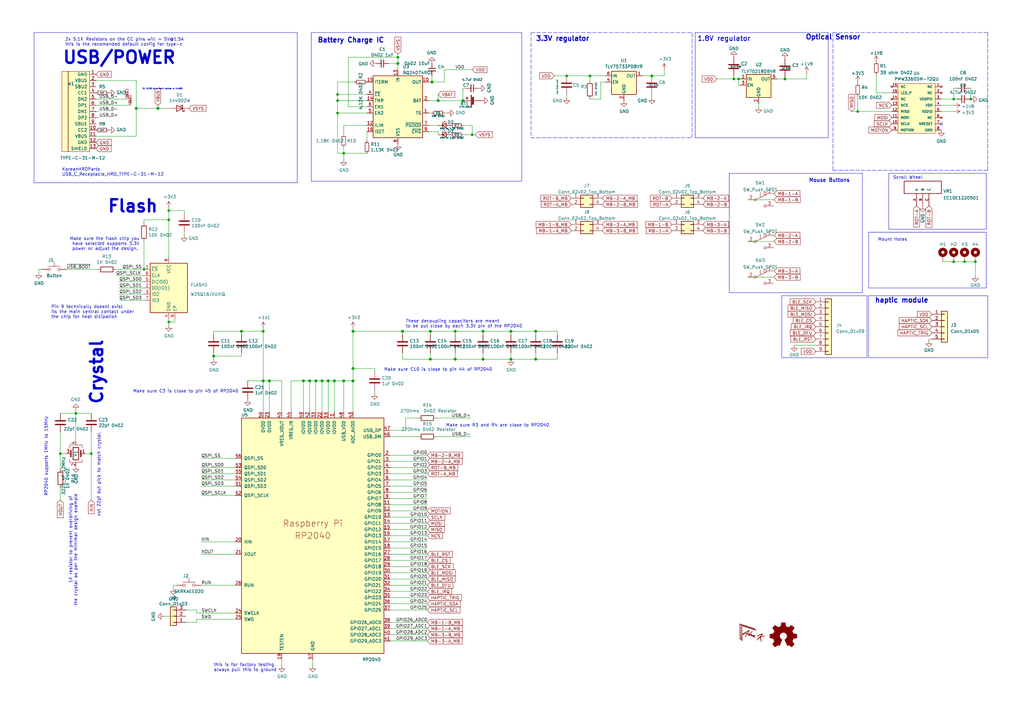
<source format=kicad_sch>
(kicad_sch (version 20230121) (generator eeschema)
  (paper "A3")
  (title_block (date "2021-10-30"))
  (junction (at 176.53 147.32) (diameter 1.016))
  (junction (at 179.705 41.275) (diameter 1.016))
  (junction (at 69.215 86.36))
  (junction (at 132.08 156.21) (diameter 1.016))
  (junction (at 137.16 156.21) (diameter 1.016))
  (junction (at 189.865 41.275) (diameter 1.016))
  (junction (at 144.78 135.89) (diameter 1.016))
  (junction (at 144.78 156.21) (diameter 1.016))
  (junction (at 124.46 156.21) (diameter 1.016))
  (junction (at 138.43 41.275))
  (junction (at 209.55 147.32) (diameter 1.016))
  (junction (at 69.215 90.17))
  (junction (at 193.675 55.245))
  (junction (at 351.79 45.72))
  (junction (at 241.935 31.115))
  (junction (at 64.77 44.45) (diameter 1.016))
  (junction (at 163.195 26.035) (diameter 1.016))
  (junction (at 87.63 146.05) (diameter 1.016))
  (junction (at 398.145 40.64))
  (junction (at 140.97 156.21) (diameter 1.016))
  (junction (at 69.215 132.08))
  (junction (at 163.195 23.495))
  (junction (at 300.99 32.385))
  (junction (at 198.12 135.89) (diameter 1.016))
  (junction (at 37.465 186.055))
  (junction (at 138.43 46.355))
  (junction (at 107.95 156.21) (diameter 1.016))
  (junction (at 99.06 135.89) (diameter 1.016))
  (junction (at 134.62 156.21) (diameter 1.016))
  (junction (at 107.95 135.89) (diameter 1.016))
  (junction (at 24.765 186.055))
  (junction (at 140.97 62.865))
  (junction (at 267.335 31.115) (diameter 1.016))
  (junction (at 198.12 147.32) (diameter 1.016))
  (junction (at 176.53 135.89) (diameter 1.016))
  (junction (at 165.1 135.89) (diameter 1.016))
  (junction (at 219.71 135.89) (diameter 1.016))
  (junction (at 144.78 151.13) (diameter 1.016))
  (junction (at 55.88 44.45) (diameter 1.016))
  (junction (at 127 156.21) (diameter 1.016))
  (junction (at 110.49 156.21) (diameter 1.016))
  (junction (at 219.71 147.32) (diameter 1.016))
  (junction (at 138.43 38.735))
  (junction (at 177.165 33.655) (diameter 1.016))
  (junction (at 302.895 32.385))
  (junction (at 391.16 40.64))
  (junction (at 400.05 107.315))
  (junction (at 59.055 110.49))
  (junction (at 129.54 156.21) (diameter 1.016))
  (junction (at 209.55 135.89) (diameter 1.016))
  (junction (at 186.69 147.32) (diameter 1.016))
  (junction (at 321.945 32.385))
  (junction (at 395.605 107.315))
  (junction (at 186.69 135.89) (diameter 1.016))
  (junction (at 391.16 107.315))
  (junction (at 232.41 31.115))
  (junction (at 31.115 169.545))
  (no_connect (at 386.08 50.8))
  (wire (pts (xy 59.055 123.19) (xy 48.895 123.19)))
  (wire (pts (xy 160.02 229.87) (xy 175.26 229.87)))
  (wire (pts (xy 386.08 43.18) (xy 391.16 43.18)))
  (wire (pts (xy 241.935 31.115) (xy 248.285 31.115)))
  (wire (pts (xy 99.06 135.89) (xy 107.95 135.89)))
  (polyline (pts (xy 356.235 95.25) (xy 356.235 118.11)))
  (polyline (pts (xy 356.235 95.25) (xy 404.495 95.25)))
  (polyline (pts (xy 404.495 95.25) (xy 404.495 118.11)))
  (polyline (pts (xy 404.495 118.11) (xy 356.235 118.11)))
  (wire (pts (xy 115.57 168.91) (xy 115.57 156.21)))
  (wire (pts (xy 386.08 40.64) (xy 391.16 40.64)))
  (wire (pts (xy 39.37 48.26) (xy 40.64 48.26)))
  (wire (pts (xy 39.37 33.02) (xy 55.88 33.02)))
  (wire (pts (xy 160.02 201.93) (xy 175.26 201.93)))
  (wire (pts (xy 316.865 84.455) (xy 317.5 84.455)))
  (wire (pts (xy 87.63 135.89) (xy 99.06 135.89)))
  (wire (pts (xy 219.71 144.78) (xy 219.71 147.32)))
  (wire (pts (xy 198.12 135.89) (xy 209.55 135.89)))
  (wire (pts (xy 186.69 144.78) (xy 186.69 147.32)))
  (wire (pts (xy 31.115 169.545) (xy 31.115 168.275)))
  (wire (pts (xy 179.705 41.275) (xy 175.895 41.275)))
  (wire (pts (xy 189.865 41.275) (xy 179.705 41.275)))
  (wire (pts (xy 160.02 240.03) (xy 175.26 240.03)))
  (wire (pts (xy 39.37 45.72) (xy 40.64 45.72)))
  (wire (pts (xy 59.055 115.57) (xy 48.895 115.57)))
  (wire (pts (xy 59.055 120.65) (xy 48.895 120.65)))
  (wire (pts (xy 246.38 33.655) (xy 246.38 40.64)))
  (polyline (pts (xy 299.085 71.12) (xy 299.085 120.015)))
  (polyline (pts (xy 299.085 71.12) (xy 353.695 71.12)))
  (polyline (pts (xy 353.695 71.12) (xy 353.695 120.015)))
  (polyline (pts (xy 353.695 120.015) (xy 299.085 120.015)))
  (wire (pts (xy 69.215 132.08) (xy 69.215 133.35)))
  (wire (pts (xy 134.62 168.91) (xy 134.62 156.21)))
  (wire (pts (xy 325.755 141.605) (xy 334.645 141.605)))
  (wire (pts (xy 107.95 135.89) (xy 107.95 156.21)))
  (wire (pts (xy 160.02 186.69) (xy 175.26 186.69)))
  (wire (pts (xy 359.41 30.48) (xy 359.41 38.1)))
  (wire (pts (xy 359.41 38.1) (xy 365.76 38.1)))
  (wire (pts (xy 59.055 91.44) (xy 59.055 90.17)))
  (wire (pts (xy 391.16 40.64) (xy 392.43 40.64)))
  (wire (pts (xy 186.69 135.89) (xy 198.12 135.89)))
  (wire (pts (xy 119.38 168.91) (xy 119.38 156.21)))
  (wire (pts (xy 142.875 23.495) (xy 163.195 23.495)))
  (wire (pts (xy 228.6 144.78) (xy 228.6 147.32)))
  (wire (pts (xy 144.78 151.13) (xy 144.78 156.21)))
  (wire (pts (xy 159.385 26.035) (xy 163.195 26.035)))
  (wire (pts (xy 227.33 31.115) (xy 232.41 31.115)))
  (wire (pts (xy 316.865 111.125) (xy 317.5 111.125)))
  (wire (pts (xy 165.1 137.16) (xy 165.1 135.89)))
  (wire (pts (xy 302.895 32.385) (xy 302.895 34.925)))
  (wire (pts (xy 302.895 34.925) (xy 303.53 34.925)))
  (wire (pts (xy 153.67 160.02) (xy 153.67 161.29)))
  (wire (pts (xy 189.865 36.195) (xy 189.865 41.275)))
  (wire (pts (xy 191.135 36.195) (xy 189.865 36.195)))
  (wire (pts (xy 17.145 110.49) (xy 15.875 110.49)))
  (wire (pts (xy 140.97 55.245) (xy 140.97 51.435)))
  (wire (pts (xy 55.88 55.88) (xy 39.37 55.88)))
  (wire (pts (xy 316.865 101.6) (xy 317.5 101.6)))
  (wire (pts (xy 140.97 62.865) (xy 150.495 62.865)))
  (polyline (pts (xy 364.49 71.12) (xy 364.49 93.98)))
  (polyline (pts (xy 364.49 71.12) (xy 404.495 71.12)))
  (polyline (pts (xy 404.495 71.12) (xy 404.495 93.98)))
  (polyline (pts (xy 404.495 93.98) (xy 364.49 93.98)))
  (wire (pts (xy 193.675 55.245) (xy 189.865 55.245)))
  (wire (pts (xy 15.875 110.49) (xy 15.875 111.76)))
  (wire (pts (xy 186.69 137.16) (xy 186.69 135.89)))
  (wire (pts (xy 160.02 250.19) (xy 175.26 250.19)))
  (wire (pts (xy 176.53 135.89) (xy 186.69 135.89)))
  (wire (pts (xy 163.195 28.575) (xy 163.195 26.035)))
  (wire (pts (xy 398.145 36.195) (xy 397.51 36.195)))
  (wire (pts (xy 166.37 171.45) (xy 166.37 176.53)))
  (wire (pts (xy 165.1 147.32) (xy 176.53 147.32)))
  (wire (pts (xy 165.1 144.78) (xy 165.1 147.32)))
  (wire (pts (xy 24.765 186.055) (xy 24.765 177.165)))
  (wire (pts (xy 80.645 250.19) (xy 76.2 250.19)))
  (wire (pts (xy 48.895 118.11) (xy 59.055 118.11)))
  (wire (pts (xy 99.06 137.16) (xy 99.06 135.89)))
  (wire (pts (xy 87.63 146.05) (xy 99.06 146.05)))
  (wire (pts (xy 177.165 33.655) (xy 175.895 33.655)))
  (wire (pts (xy 321.945 32.385) (xy 330.835 32.385)))
  (wire (pts (xy 153.67 152.4) (xy 153.67 151.13)))
  (wire (pts (xy 160.02 247.65) (xy 175.26 247.65)))
  (wire (pts (xy 80.645 251.46) (xy 80.645 250.19)))
  (wire (pts (xy 228.6 135.89) (xy 228.6 137.16)))
  (wire (pts (xy 69.215 132.08) (xy 71.755 132.08)))
  (wire (pts (xy 160.02 224.79) (xy 175.26 224.79)))
  (wire (pts (xy 386.08 45.72) (xy 391.16 45.72)))
  (wire (pts (xy 194.945 55.245) (xy 193.675 55.245)))
  (wire (pts (xy 318.77 32.385) (xy 321.945 32.385)))
  (wire (pts (xy 321.945 32.385) (xy 321.945 31.75)))
  (wire (pts (xy 80.645 255.27) (xy 80.645 254)))
  (wire (pts (xy 160.02 237.49) (xy 175.26 237.49)))
  (wire (pts (xy 138.43 33.655) (xy 138.43 38.735)))
  (wire (pts (xy 129.54 156.21) (xy 132.08 156.21)))
  (wire (pts (xy 150.495 38.735) (xy 138.43 38.735)))
  (wire (pts (xy 160.02 262.89) (xy 175.26 262.89)))
  (wire (pts (xy 37.465 177.165) (xy 37.465 186.055)))
  (wire (pts (xy 241.935 40.64) (xy 246.38 40.64)))
  (wire (pts (xy 351.79 34.29) (xy 351.79 33.655)))
  (wire (pts (xy 330.835 29.845) (xy 330.835 32.385)))
  (wire (pts (xy 160.02 232.41) (xy 175.26 232.41)))
  (wire (pts (xy 182.245 28.575) (xy 193.675 28.575)))
  (wire (pts (xy 124.46 156.21) (xy 127 156.21)))
  (wire (pts (xy 96.52 203.2) (xy 82.55 203.2)))
  (wire (pts (xy 306.705 99.06) (xy 317.5 99.06)))
  (wire (pts (xy 209.55 144.78) (xy 209.55 147.32)))
  (wire (pts (xy 87.63 137.16) (xy 87.63 135.89)))
  (wire (pts (xy 127 156.21) (xy 129.54 156.21)))
  (wire (pts (xy 82.55 194.31) (xy 96.52 194.31)))
  (wire (pts (xy 160.02 207.01) (xy 175.26 207.01)))
  (wire (pts (xy 349.25 45.72) (xy 351.79 45.72)))
  (wire (pts (xy 160.02 179.07) (xy 171.45 179.07)))
  (wire (pts (xy 82.55 191.77) (xy 96.52 191.77)))
  (wire (pts (xy 96.52 227.33) (xy 82.55 227.33)))
  (wire (pts (xy 47.625 113.03) (xy 59.055 113.03)))
  (wire (pts (xy 145.415 33.655) (xy 138.43 33.655)))
  (wire (pts (xy 179.07 179.07) (xy 193.04 179.07)))
  (wire (pts (xy 138.43 62.865) (xy 140.97 62.865)))
  (wire (pts (xy 150.495 46.355) (xy 138.43 46.355)))
  (wire (pts (xy 138.43 46.355) (xy 138.43 62.865)))
  (wire (pts (xy 179.07 171.45) (xy 193.04 171.45)))
  (wire (pts (xy 160.02 227.33) (xy 175.26 227.33)))
  (wire (pts (xy 150.495 51.435) (xy 140.97 51.435)))
  (wire (pts (xy 165.1 135.89) (xy 176.53 135.89)))
  (wire (pts (xy 31.115 169.545) (xy 37.465 169.545)))
  (wire (pts (xy 140.97 65.405) (xy 140.97 62.865)))
  (wire (pts (xy 351.79 39.37) (xy 351.79 45.72)))
  (wire (pts (xy 351.79 45.72) (xy 365.76 45.72)))
  (wire (pts (xy 160.02 257.81) (xy 175.26 257.81)))
  (wire (pts (xy 72.39 240.03) (xy 71.12 240.03)))
  (wire (pts (xy 55.88 44.45) (xy 64.77 44.45)))
  (wire (pts (xy 82.55 199.39) (xy 96.52 199.39)))
  (wire (pts (xy 110.49 168.91) (xy 110.49 156.21)))
  (wire (pts (xy 294.005 32.385) (xy 300.99 32.385)))
  (wire (pts (xy 300.99 32.385) (xy 302.895 32.385)))
  (wire (pts (xy 302.895 32.385) (xy 303.53 32.385)))
  (wire (pts (xy 144.78 135.89) (xy 144.78 151.13)))
  (wire (pts (xy 69.215 90.17) (xy 69.215 105.41)))
  (wire (pts (xy 198.12 144.78) (xy 198.12 147.32)))
  (wire (pts (xy 160.02 199.39) (xy 175.26 199.39)))
  (wire (pts (xy 272.415 31.115) (xy 267.335 31.115)))
  (wire (pts (xy 115.57 270.51) (xy 115.57 273.05)))
  (wire (pts (xy 179.705 38.735) (xy 179.705 41.275)))
  (wire (pts (xy 241.935 33.02) (xy 241.935 31.115)))
  (wire (pts (xy 267.335 38.735) (xy 267.335 40.005)))
  (wire (pts (xy 182.245 33.655) (xy 177.165 33.655)))
  (wire (pts (xy 306.705 113.665) (xy 317.5 113.665)))
  (wire (pts (xy 69.215 86.36) (xy 69.215 90.17)))
  (wire (pts (xy 160.02 176.53) (xy 166.37 176.53)))
  (wire (pts (xy 160.02 255.27) (xy 175.26 255.27)))
  (wire (pts (xy 209.55 135.89) (xy 219.71 135.89)))
  (wire (pts (xy 142.875 43.815) (xy 142.875 23.495)))
  (wire (pts (xy 71.12 240.03) (xy 71.12 241.3)))
  (wire (pts (xy 160.02 194.31) (xy 175.26 194.31)))
  (wire (pts (xy 59.055 90.17) (xy 69.215 90.17)))
  (wire (pts (xy 160.02 217.17) (xy 175.26 217.17)))
  (wire (pts (xy 219.71 135.89) (xy 219.71 137.16)))
  (wire (pts (xy 107.95 134.62) (xy 107.95 135.89)))
  (wire (pts (xy 241.935 31.115) (xy 232.41 31.115)))
  (polyline (pts (xy 405.13 13.335) (xy 405.13 69.85)) (stroke (width 0) (type dash)))
  (polyline (pts (xy 341.63 13.335) (xy 405.13 13.335)) (stroke (width 0) (type dash)))
  (wire (pts (xy 69.215 85.09) (xy 69.215 86.36)))
  (wire (pts (xy 138.43 38.735) (xy 138.43 41.275)))
  (wire (pts (xy 209.55 147.32) (xy 198.12 147.32)))
  (wire (pts (xy 160.02 212.09) (xy 175.26 212.09)))
  (wire (pts (xy 132.08 168.91) (xy 132.08 156.21)))
  (wire (pts (xy 163.195 26.035) (xy 163.195 23.495)))
  (wire (pts (xy 71.755 132.08) (xy 71.755 130.81)))
  (wire (pts (xy 232.41 38.735) (xy 232.41 40.005)))
  (wire (pts (xy 209.55 137.16) (xy 209.55 135.89)))
  (wire (pts (xy 160.02 214.63) (xy 175.26 214.63)))
  (wire (pts (xy 140.97 168.91) (xy 140.97 156.21)))
  (wire (pts (xy 198.12 137.16) (xy 198.12 135.89)))
  (wire (pts (xy 150.495 57.785) (xy 150.495 53.975)))
  (wire (pts (xy 219.71 147.32) (xy 209.55 147.32)))
  (wire (pts (xy 140.97 156.21) (xy 144.78 156.21)))
  (wire (pts (xy 160.02 245.11) (xy 175.26 245.11)))
  (wire (pts (xy 160.02 222.25) (xy 175.26 222.25)))
  (wire (pts (xy 144.78 151.13) (xy 153.67 151.13)))
  (wire (pts (xy 82.55 196.85) (xy 96.52 196.85)))
  (wire (pts (xy 137.16 156.21) (xy 137.16 168.91)))
  (wire (pts (xy 189.865 51.435) (xy 193.675 51.435)))
  (wire (pts (xy 306.705 81.915) (xy 317.5 81.915)))
  (wire (pts (xy 144.78 135.89) (xy 165.1 135.89)))
  (wire (pts (xy 134.62 156.21) (xy 137.16 156.21)))
  (wire (pts (xy 386.715 107.315) (xy 391.16 107.315)))
  (wire (pts (xy 391.16 107.315) (xy 395.605 107.315)))
  (wire (pts (xy 395.605 107.315) (xy 400.05 107.315)))
  (wire (pts (xy 400.05 107.315) (xy 400.05 113.03)))
  (wire (pts (xy 55.88 44.45) (xy 55.88 55.88)))
  (wire (pts (xy 381 139.7) (xy 381 139.065)))
  (wire (pts (xy 144.78 156.21) (xy 144.78 168.91)))
  (wire (pts (xy 311.15 42.545) (xy 311.15 43.815)))
  (wire (pts (xy 75.565 95.25) (xy 75.565 96.52)))
  (wire (pts (xy 160.02 191.77) (xy 175.26 191.77)))
  (wire (pts (xy 64.77 44.45) (xy 69.85 44.45)))
  (wire (pts (xy 177.165 31.115) (xy 177.165 33.655)))
  (wire (pts (xy 69.215 132.08) (xy 69.215 130.81)))
  (wire (pts (xy 47.625 110.49) (xy 59.055 110.49)))
  (wire (pts (xy 381 139.065) (xy 382.27 139.065)))
  (wire (pts (xy 75.565 87.63) (xy 75.565 86.36)))
  (wire (pts (xy 24.765 186.055) (xy 27.305 186.055)))
  (wire (pts (xy 87.63 144.78) (xy 87.63 146.05)))
  (wire (pts (xy 129.54 168.91) (xy 129.54 156.21)))
  (wire (pts (xy 219.71 147.32) (xy 228.6 147.32)))
  (wire (pts (xy 182.245 28.575) (xy 182.245 33.655)))
  (wire (pts (xy 160.02 189.23) (xy 175.26 189.23)))
  (wire (pts (xy 107.95 156.21) (xy 107.95 168.91)))
  (wire (pts (xy 316.865 96.52) (xy 317.5 96.52)))
  (wire (pts (xy 40.005 110.49) (xy 27.305 110.49)))
  (wire (pts (xy 132.08 156.21) (xy 134.62 156.21)))
  (wire (pts (xy 160.02 260.35) (xy 175.26 260.35)))
  (wire (pts (xy 107.95 156.21) (xy 101.6 156.21)))
  (wire (pts (xy 140.97 60.325) (xy 140.97 62.865)))
  (wire (pts (xy 128.27 270.51) (xy 128.27 273.05)))
  (wire (pts (xy 124.46 168.91) (xy 124.46 156.21)))
  (wire (pts (xy 75.565 86.36) (xy 69.215 86.36)))
  (wire (pts (xy 160.02 209.55) (xy 175.26 209.55)))
  (wire (pts (xy 96.52 187.96) (xy 82.55 187.96)))
  (wire (pts (xy 37.465 186.055) (xy 37.465 205.105)))
  (wire (pts (xy 160.02 234.95) (xy 175.26 234.95)))
  (wire (pts (xy 398.145 40.64) (xy 398.145 36.195)))
  (wire (pts (xy 80.645 254) (xy 96.52 254)))
  (wire (pts (xy 99.06 146.05) (xy 99.06 144.78)))
  (wire (pts (xy 175.895 51.435) (xy 179.705 51.435)))
  (wire (pts (xy 300.99 31.115) (xy 300.99 32.385)))
  (wire (pts (xy 263.525 31.115) (xy 267.335 31.115)))
  (wire (pts (xy 55.88 33.02) (xy 55.88 44.45)))
  (wire (pts (xy 160.02 242.57) (xy 175.26 242.57)))
  (wire (pts (xy 76.2 255.27) (xy 80.645 255.27)))
  (wire (pts (xy 127 168.91) (xy 127 156.21)))
  (polyline (pts (xy 405.13 69.85) (xy 341.63 69.85)) (stroke (width 0) (type dash)))
  (wire (pts (xy 87.63 146.05) (xy 87.63 147.32)))
  (wire (pts (xy 67.31 252.73) (xy 76.2 252.73)))
  (wire (pts (xy 176.53 147.32) (xy 176.53 144.78)))
  (wire (pts (xy 176.53 147.32) (xy 186.69 147.32)))
  (wire (pts (xy 39.37 40.64) (xy 52.07 40.64)))
  (wire (pts (xy 163.195 23.495) (xy 163.195 22.225)))
  (wire (pts (xy 160.02 204.47) (xy 175.26 204.47)))
  (wire (pts (xy 392.43 36.195) (xy 391.16 36.195)))
  (wire (pts (xy 198.12 147.32) (xy 186.69 147.32)))
  (polyline (pts (xy 341.63 13.335) (xy 341.63 69.85)) (stroke (width 0) (type dash)))
  (wire (pts (xy 96.52 240.03) (xy 82.55 240.03)))
  (wire (pts (xy 110.49 156.21) (xy 107.95 156.21)))
  (polyline (pts (xy 285.115 13.335) (xy 285.115 56.515)))
  (polyline (pts (xy 285.115 13.335) (xy 339.725 13.335)))
  (polyline (pts (xy 339.725 13.335) (xy 339.725 56.515)))
  (polyline (pts (xy 339.725 56.515) (xy 285.115 56.515)))
  (wire (pts (xy 166.37 171.45) (xy 171.45 171.45)))
  (wire (pts (xy 246.38 33.655) (xy 248.285 33.655)))
  (wire (pts (xy 137.16 156.21) (xy 140.97 156.21)))
  (wire (pts (xy 34.925 186.055) (xy 37.465 186.055)))
  (wire (pts (xy 182.245 46.355) (xy 183.515 46.355)))
  (wire (pts (xy 119.38 156.21) (xy 124.46 156.21)))
  (wire (pts (xy 80.645 251.46) (xy 96.52 251.46)))
  (wire (pts (xy 138.43 41.275) (xy 150.495 41.275)))
  (wire (pts (xy 31.115 169.545) (xy 31.115 180.975)))
  (wire (pts (xy 391.16 36.195) (xy 391.16 40.64)))
  (wire (pts (xy 39.37 43.18) (xy 53.34 43.18)))
  (wire (pts (xy 82.55 222.25) (xy 96.52 222.25)))
  (wire (pts (xy 64.77 44.45) (xy 64.77 43.18)))
  (wire (pts (xy 24.765 192.405) (xy 24.765 186.055)))
  (wire (pts (xy 316.865 116.205) (xy 317.5 116.205)))
  (wire (pts (xy 175.895 53.975) (xy 179.705 53.975)))
  (wire (pts (xy 179.705 53.975) (xy 179.705 55.245)))
  (wire (pts (xy 316.865 79.375) (xy 317.5 79.375)))
  (wire (pts (xy 175.895 46.355) (xy 177.165 46.355)))
  (wire (pts (xy 219.71 135.89) (xy 228.6 135.89)))
  (wire (pts (xy 150.495 43.815) (xy 142.875 43.815)))
  (wire (pts (xy 398.145 40.64) (xy 397.51 40.64)))
  (wire (pts (xy 193.675 51.435) (xy 193.675 55.245)))
  (wire (pts (xy 160.02 196.85) (xy 175.26 196.85)))
  (wire (pts (xy 115.57 156.21) (xy 110.49 156.21)))
  (wire (pts (xy 160.02 219.71) (xy 175.26 219.71)))
  (wire (pts (xy 24.765 200.025) (xy 24.765 205.105)))
  (wire (pts (xy 24.765 169.545) (xy 31.115 169.545)))
  (wire (pts (xy 144.78 134.62) (xy 144.78 135.89)))
  (wire (pts (xy 176.53 137.16) (xy 176.53 135.89)))
  (wire (pts (xy 59.055 99.06) (xy 59.055 110.49)))
  (wire (pts (xy 272.415 28.575) (xy 272.415 31.115)))
  (wire (pts (xy 138.43 41.275) (xy 138.43 46.355)))
  (rectangle (start 13.97 13.335) (end 121.92 74.93))
  (rectangle (start 217.805 13.335) (end 283.845 56.515) (stroke (width 0) (type dash)))
  (rectangle (start 127.635 13.335) (end 213.995 74.295))
  (rectangle (start 320.675 121.285) (end 355.6 146.685))
  (rectangle (start 356.235 121.285) (end 405.13 146.685))
  (text "not 22pf but pick to match crystal." (at 41.275 177.165 90) (effects (font (size 1.27 1.27)) (justify right bottom)))
  (text "D1 NEEDS to be 0omh resistor or 1n4002" (at 58.42 36.83 0) (effects (font (size 0.508 0.508)) (justify left bottom)))
  (text "1K resistor to prevent overdriving of \nthe crystal as per the minimal design example" (at 31.75 202.565 90) (effects (font (size 1.27 1.27)) (justify right bottom)))
  (text "3.3V regulator" (at 219.71 17.145 0) (effects (font (size 2 2) (thickness 0.4) bold) (justify left bottom)))
  (text "Scroll Wheel" (at 378.46 73.66 0) (effects (font (size 1.27 1.27)) (justify right bottom)))
  (text "Mouse Buttons" (at 348.615 74.93 0) (effects (font (size 1.5 1.5) (thickness 0.254) bold) (justify right bottom)))
  (text "These decoupling capacitors are meant\nto be put close by each 3.3V pin of the RP2040" (at 166.37 134.62 0) (effects (font (size 1.27 1.27)) (justify left bottom)))
  (text "USB/POWER" (at 25.4 26.67 0) (effects (font (size 5.0038 5.0038) (thickness 1.0008) bold) (justify left bottom)))
  (text "1.8V regulator" (at 307.975 17.145 0) (effects (font (size 2 2) (thickness 0.3) bold) (justify right bottom)))
  (text "Make sure R3 and R4 are close to RP2040" (at 182.88 175.26 0) (effects (font (size 1.27 1.27)) (justify left bottom)))
  (text "RP2040 supports 1MHz to 15MHz" (at 19.685 170.815 90) (effects (font (size 1.27 1.27)) (justify right bottom)))
  (text "Optical Sensor" (at 353.06 16.51 0) (effects (font (size 2 2) (thickness 0.4) bold) (justify right bottom)))
  (text "2x 5.1K Resistors on the CC pins will = 5V@1.5A\nthis is the recomended default config for type-c" (at 26.67 19.05 0) (effects (font (size 1.27 1.27)) (justify left bottom)))
  (text "Flash" (at 43.815 87.63 0) (effects (font (size 5.0038 5.0038) (thickness 1.0008) bold) (justify left bottom)))
  (text "Make sure C10 is close to pin 44 of RP2040" (at 157.48 152.4 0) (effects (font (size 1.27 1.27)) (justify left bottom)))
  (text "KoreanHROParts \nUSB_C_Receptacle_HRO_TYPE-C-31-M-12" (at 25.4 72.39 0) (effects (font (size 1.27 1.27)) (justify left bottom)))
  (text "Battery Charge IC" (at 130.175 17.78 0) (effects (font (size 2 2) (thickness 0.4) bold) (justify left bottom)))
  (text "Make sure C3 is close to pin 45 of RP2040" (at 97.79 161.29 0) (effects (font (size 1.27 1.27)) (justify right bottom)))
  (text "Mount Holes" (at 372.11 99.06 0) (effects (font (size 1.27 1.27)) (justify right bottom)))
  (text "haptic module" (at 358.775 124.46 0) (effects (font (size 2 2) (thickness 0.4) bold) (justify left bottom)))
  (text "Make sure the flash chip you\n have selected supports 3.3V\n power or adjust the design." (at 28.575 102.87 0) (effects (font (size 1.27 1.27)) (justify left bottom)))
  (text "Pin 9 technically doesnt exist\nits the main central contact under\nthe chip for heat dicipation" (at 20.955 130.81 0) (effects (font (size 1.27 1.27)) (justify left bottom)))
  (text "this is for factory testing\nalways pull this to ground" (at 87.63 275.59 0) (effects (font (size 1.27 1.27)) (justify left bottom)))
  (text "Crystal" (at 42.545 139.065 90) (effects (font (size 5.0038 5.0038) (thickness 1.0008) bold) (justify right bottom)))
  (label "GPIO0" (at 175.26 186.69 180))
  (label "GPIO18" (at 175.26 232.41 180))
  (label "GPIO4" (at 175.26 196.85 180))
  (label "GPIO17" (at 175.26 229.87 180))
  (label "GPIO6" (at 175.26 201.93 180))
  (label "QSPI_SD0" (at 48.895 115.57 0))
  (label "GPIO19" (at 175.26 234.95 180))
  (label "~{USB_BOOT}" (at 27.305 110.49 0))
  (label "USB_D-" (at 40.64 45.72 0))
  (label "GPIO2" (at 175.26 191.77 180))
  (label "QSPI_SD2" (at 48.895 120.65 0))
  (label "GPIO1" (at 175.26 189.23 180))
  (label "QSPI_SD3" (at 48.895 123.19 0))
  (label "SWD" (at 82.55 254 0))
  (label "QSPI_SD1" (at 82.55 194.31 0))
  (label "XIN" (at 82.55 222.25 0))
  (label "USB_D+" (at 193.04 171.45 180))
  (label "USB_D+" (at 40.64 43.18 0))
  (label "RUN" (at 82.55 240.03 0))
  (label "GPIO21" (at 175.26 240.03 180))
  (label "GPIO13" (at 175.26 219.71 180))
  (label "QSPI_SCLK" (at 47.625 113.03 0))
  (label "GPIO15" (at 175.26 224.79 180))
  (label "GPIO5" (at 175.26 199.39 180))
  (label "GPIO12" (at 175.26 217.17 180))
  (label "GPIO10" (at 175.26 212.09 180))
  (label "QSPI_SCLK" (at 82.55 203.2 0))
  (label "GPIO20" (at 175.26 237.49 180))
  (label "SWCLK" (at 82.55 251.46 0))
  (label "GPIO25" (at 175.26 250.19 180))
  (label "GPIO11" (at 175.26 214.63 180))
  (label "USB_D-" (at 40.64 40.64 0))
  (label "GPIO8" (at 175.26 207.01 180))
  (label "USB_D-" (at 193.04 179.07 180))
  (label "GPIO7" (at 175.26 204.47 180))
  (label "GPIO9" (at 175.26 209.55 180))
  (label "GPIO16" (at 175.26 227.33 180))
  (label "QSPI_SD2" (at 82.55 196.85 0))
  (label "GPIO14" (at 175.26 222.25 180))
  (label "VDD" (at 186.69 28.575 0))
  (label "GPIO3" (at 175.26 194.31 180))
  (label "GPIO23" (at 175.26 245.11 180))
  (label "QSPI_SD1" (at 48.895 118.11 0))
  (label "GPIO26_ADC0" (at 175.26 255.27 180))
  (label "GPIO29_ADC3" (at 175.26 262.89 180))
  (label "GPIO22" (at 175.26 242.57 180))
  (label "QSPI_SD0" (at 82.55 191.77 0))
  (label "XOUT" (at 82.55 227.33 0))
  (label "QSPI_SS" (at 82.55 187.96 0))
  (label "QSPI_SS" (at 50.165 110.49 0))
  (label "USB_D+" (at 40.64 48.26 0))
  (label "QSPI_SD3" (at 82.55 199.39 0))
  (label "GPIO28_ADC2" (at 175.26 260.35 180))
  (label "GPIO27_ADC1" (at 175.26 257.81 180))
  (label "GPIO24" (at 175.26 247.65 180))
  (global_label "MB-3-A" (shape input) (at 317.5 111.125 0) (property "Intersheetrefs" "${INTERSHEET_REFS}" (effects hide)))
  (global_label "MB-2-A" (shape input) (at 288.29 81.28 0) (property "Intersheetrefs" "${INTERSHEET_REFS}" (effects hide)))
  (global_label "NCS" (shape input) (at 365.76 43.18 180) (property "Intersheetrefs" "${INTERSHEET_REFS}" (effects hide)))
  (global_label "MB-2-A" (shape input) (at 317.5 96.52 0) (property "Intersheetrefs" "${INTERSHEET_REFS}" (effects hide)))
  (global_label "VDD" (shape input) (at 294.005 32.385 180) (property "Intersheetrefs" "${INTERSHEET_REFS}" (effects hide)))
  (global_label "BLE_MISO" (shape input) (at 334.645 126.365 180) (property "Intersheetrefs" "${INTERSHEET_REFS}" (effects hide)))
  (global_label "SCLK" (shape input) (at 365.76 50.8 180) (property "Intersheetrefs" "${INTERSHEET_REFS}" (effects hide)))
  (global_label "ROT-A" (shape input) (at 275.59 83.82 180) (property "Intersheetrefs" "${INTERSHEET_REFS}" (effects hide)))
  (global_label "VBUS" (shape input) (at 64.77 43.18 90) (effects (font (size 1.1938 1.1938))) (property "Intersheetrefs" "${INTERSHEET_REFS}" (effects hide)))
  (global_label "BLE_SCK" (shape input) (at 334.645 123.825 180) (property "Intersheetrefs" "${INTERSHEET_REFS}" (effects hide)))
  (global_label "MB-3-B" (shape input) (at 288.29 94.615 0) (property "Intersheetrefs" "${INTERSHEET_REFS}" (effects hide)))
  (global_label "MB-3-A_MB" (shape input) (at 175.26 262.89 0) (property "Intersheetrefs" "${INTERSHEET_REFS}" (effects hide)))
  (global_label "BLE_RST" (shape input) (at 175.26 227.33 0) (property "Intersheetrefs" "${INTERSHEET_REFS}" (effects hide)))
  (global_label "XIN" (shape input) (at 37.465 205.105 270) (property "Intersheetrefs" "${INTERSHEET_REFS}" (effects hide)))
  (global_label "MB-3-A_MB" (shape input) (at 247.015 92.075 0) (property "Intersheetrefs" "${INTERSHEET_REFS}" (effects hide)))
  (global_label "MB-3-B_MB" (shape input) (at 175.26 260.35 0) (property "Intersheetrefs" "${INTERSHEET_REFS}" (effects hide)))
  (global_label "XOUT" (shape input) (at 24.765 205.105 270) (property "Intersheetrefs" "${INTERSHEET_REFS}" (effects hide)))
  (global_label "HAPTIC_TRIG" (shape input) (at 175.26 245.11 0) (property "Intersheetrefs" "${INTERSHEET_REFS}" (effects hide)))
  (global_label "MB-2-A_MB" (shape input) (at 247.015 81.28 0) (property "Intersheetrefs" "${INTERSHEET_REFS}" (effects hide)))
  (global_label "SCLK" (shape input) (at 175.26 212.09 0) (property "Intersheetrefs" "${INTERSHEET_REFS}" (effects hide)))
  (global_label "MB-1-B_MB" (shape input) (at 234.315 92.075 180) (property "Intersheetrefs" "${INTERSHEET_REFS}" (effects hide)))
  (global_label "VSYS" (shape input) (at 163.195 22.225 90) (property "Intersheetrefs" "${INTERSHEET_REFS}" (effects hide)))
  (global_label "MOTION" (shape input) (at 175.26 209.55 0) (property "Intersheetrefs" "${INTERSHEET_REFS}" (effects hide)))
  (global_label "NCS" (shape input) (at 175.26 219.71 0) (property "Intersheetrefs" "${INTERSHEET_REFS}" (effects hide)))
  (global_label "MB-2-B" (shape input) (at 288.29 83.82 0) (property "Intersheetrefs" "${INTERSHEET_REFS}" (effects hide)))
  (global_label "ROT-A_MB" (shape input) (at 234.315 83.82 180) (property "Intersheetrefs" "${INTERSHEET_REFS}" (effects hide)))
  (global_label "BLE_DFU" (shape input) (at 334.645 136.525 180) (property "Intersheetrefs" "${INTERSHEET_REFS}" (effects hide)))
  (global_label "MB-3-A" (shape input) (at 288.29 92.075 0) (property "Intersheetrefs" "${INTERSHEET_REFS}" (effects hide)))
  (global_label "MISO" (shape input) (at 175.26 217.17 0) (property "Intersheetrefs" "${INTERSHEET_REFS}" (effects hide)))
  (global_label "MOSI" (shape input) (at 175.26 214.63 0) (property "Intersheetrefs" "${INTERSHEET_REFS}" (effects hide)))
  (global_label "MB-3-B_MB" (shape input) (at 247.015 94.615 0) (property "Intersheetrefs" "${INTERSHEET_REFS}" (effects hide)))
  (global_label "ROT-B_MB" (shape input) (at 175.26 191.77 0) (property "Intersheetrefs" "${INTERSHEET_REFS}" (effects hide)))
  (global_label "ROT-A" (shape input) (at 375.92 84.455 270) (property "Intersheetrefs" "${INTERSHEET_REFS}" (effects hide)))
  (global_label "MB-1-A" (shape input) (at 275.59 94.615 180) (property "Intersheetrefs" "${INTERSHEET_REFS}" (effects hide)))
  (global_label "MB-1-B_MB" (shape input) (at 175.26 255.27 0) (property "Intersheetrefs" "${INTERSHEET_REFS}" (effects hide)))
  (global_label "MB-1-B" (shape input) (at 317.5 81.915 0) (property "Intersheetrefs" "${INTERSHEET_REFS}" (effects hide)))
  (global_label "MB-2-B_MB" (shape input) (at 175.26 186.69 0) (property "Intersheetrefs" "${INTERSHEET_REFS}" (effects hide)))
  (global_label "HAPTIC_TRIG" (shape input) (at 382.27 136.525 180) (property "Intersheetrefs" "${INTERSHEET_REFS}" (effects hide)))
  (global_label "VSYS" (shape input) (at 77.47 44.45 0) (property "Intersheetrefs" "${INTERSHEET_REFS}" (effects hide)))
  (global_label "MB-3-B" (shape input) (at 317.5 113.665 0) (property "Intersheetrefs" "${INTERSHEET_REFS}" (effects hide)))
  (global_label "MISO" (shape input) (at 349.25 45.72 90) (property "Intersheetrefs" "${INTERSHEET_REFS}" (effects hide)))
  (global_label "MB-2-B" (shape input) (at 317.5 99.06 0) (property "Intersheetrefs" "${INTERSHEET_REFS}" (effects hide)))
  (global_label "VSYS" (shape input) (at 194.945 55.245 0) (property "Intersheetrefs" "${INTERSHEET_REFS}" (effects hide)))
  (global_label "BLE_IRQ" (shape input) (at 334.645 133.985 180) (property "Intersheetrefs" "${INTERSHEET_REFS}" (effects hide)))
  (global_label "ROT-A_MB" (shape input) (at 175.26 194.31 0) (property "Intersheetrefs" "${INTERSHEET_REFS}" (effects hide)))
  (global_label "USB_D+" (shape input) (at 53.34 43.18 90) (effects (font (size 0.508 0.508))) (property "Intersheetrefs" "${INTERSHEET_REFS}" (effects hide)))
  (global_label "ROT-B" (shape input) (at 381 84.455 270) (property "Intersheetrefs" "${INTERSHEET_REFS}" (effects hide)))
  (global_label "BLE_IRQ" (shape input) (at 175.26 242.57 0) (property "Intersheetrefs" "${INTERSHEET_REFS}" (effects hide)))
  (global_label "BLE_RST" (shape input) (at 334.645 139.065 180) (property "Intersheetrefs" "${INTERSHEET_REFS}" (effects hide)))
  (global_label "MOTION" (shape input) (at 365.76 53.34 180) (property "Intersheetrefs" "${INTERSHEET_REFS}" (effects hide)))
  (global_label "VDD" (shape input) (at 334.645 144.145 180) (property "Intersheetrefs" "${INTERSHEET_REFS}" (effects hide)))
  (global_label "HAPTIC_SCL" (shape input) (at 382.27 133.985 180) (property "Intersheetrefs" "${INTERSHEET_REFS}" (effects hide)))
  (global_label "GND" (shape input) (at 39.37 58.42 0) (property "Intersheetrefs" "${INTERSHEET_REFS}" (effects hide)))
  (global_label "BLE_SCK" (shape input) (at 175.26 232.41 0) (property "Intersheetrefs" "${INTERSHEET_REFS}" (effects hide)))
  (global_label "GND" (shape input) (at 39.37 60.96 0) (property "Intersheetrefs" "${INTERSHEET_REFS}" (effects hide)))
  (global_label "MB-1-A_MB" (shape input) (at 234.315 94.615 180) (property "Intersheetrefs" "${INTERSHEET_REFS}" (effects hide)))
  (global_label "BLE_CS" (shape input) (at 175.26 229.87 0) (property "Intersheetrefs" "${INTERSHEET_REFS}" (effects hide)))
  (global_label "BLE_MISO" (shape input) (at 175.26 237.49 0) (property "Intersheetrefs" "${INTERSHEET_REFS}" (effects hide)))
  (global_label "VDD" (shape input) (at 382.27 128.905 180) (property "Intersheetrefs" "${INTERSHEET_REFS}" (effects hide)))
  (global_label "HAPTIC_SCL" (shape input) (at 175.26 250.19 0) (property "Intersheetrefs" "${INTERSHEET_REFS}" (effects hide)))
  (global_label "MB-1-A_MB" (shape input) (at 175.26 257.81 0) (property "Intersheetrefs" "${INTERSHEET_REFS}" (effects hide)))
  (global_label "USB_D-" (shape input) (at 52.07 40.64 90) (effects (font (size 0.508 0.508))) (property "Intersheetrefs" "${INTERSHEET_REFS}" (effects hide)))
  (global_label "MOSI" (shape input) (at 365.76 48.26 180) (property "Intersheetrefs" "${INTERSHEET_REFS}" (effects hide)))
  (global_label "VDD" (shape input) (at 193.675 28.575 0) (property "Intersheetrefs" "${INTERSHEET_REFS}" (effects hide)))
  (global_label "HAPTIC_SDA" (shape input) (at 175.26 247.65 0) (property "Intersheetrefs" "${INTERSHEET_REFS}" (effects hide)))
  (global_label "VBAT" (shape input) (at 179.705 38.735 0) (property "Intersheetrefs" "${INTERSHEET_REFS}" (effects hide)))
  (global_label "MB-1-A" (shape input) (at 317.5 79.375 0) (property "Intersheetrefs" "${INTERSHEET_REFS}" (effects hide)))
  (global_label "GND" (shape input) (at 39.37 30.48 0) (property "Intersheetrefs" "${INTERSHEET_REFS}" (effects hide)))
  (global_label "MB-1-B" (shape input) (at 275.59 92.075 180) (property "Intersheetrefs" "${INTERSHEET_REFS}" (effects hide)))
  (global_label "MB-2-A_MB" (shape input) (at 175.26 189.23 0) (property "Intersheetrefs" "${INTERSHEET_REFS}" (effects hide)))
  (global_label "ROT-B_MB" (shape input) (at 234.315 81.28 180) (property "Intersheetrefs" "${INTERSHEET_REFS}" (effects hide)))
  (global_label "BLE_MOSI" (shape input) (at 334.645 128.905 180) (property "Intersheetrefs" "${INTERSHEET_REFS}" (effects hide)))
  (global_label "HAPTIC_SDA" (shape input) (at 382.27 131.445 180) (property "Intersheetrefs" "${INTERSHEET_REFS}" (effects hide)))
  (global_label "BLE_CS" (shape input) (at 334.645 131.445 180) (property "Intersheetrefs" "${INTERSHEET_REFS}" (effects hide)))
  (global_label "VDD" (shape input) (at 227.33 31.115 180) (property "Intersheetrefs" "${INTERSHEET_REFS}" (effects hide)))
  (global_label "MB-2-B_MB" (shape input) (at 247.015 83.82 0) (property "Intersheetrefs" "${INTERSHEET_REFS}" (effects hide)))
  (global_label "BLE_DFU" (shape input) (at 175.26 240.03 0) (property "Intersheetrefs" "${INTERSHEET_REFS}" (effects hide)))
  (global_label "BLE_MOSI" (shape input) (at 175.26 234.95 0) (property "Intersheetrefs" "${INTERSHEET_REFS}" (effects hide)))
  (global_label "ROT-B" (shape input) (at 275.59 81.28 180) (property "Intersheetrefs" "${INTERSHEET_REFS}" (effects hide)))
  (symbol (lib_id "MCU_RaspberryPi_RP2040:RP2040") (at 128.27 219.71 0) (unit 1)
    (property "Reference" "U5" (at 100.33 170.18 0))
    (property "Value" "RP2040" (at 152.4 270.51 0))
    (property "Footprint" "RP2040_minimal:RP2040-QFN-56" (effects hide))
  )
  (symbol (lib_name "HRO-TYPE-C-31-M-12_1") (lib_id "Type-C:HRO-TYPE-C-31-M-12") (at 36.83 44.45 0) (unit 1)
    (property "Reference" "e1" (at 30.48 34.29 0) (effects (justify right)))
    (property "Value" "TYPE-C-31-M-12" (at 43.18 64.77 0) (effects (justify right)))
    (property "Footprint" "HRO-TYPE-C31-M-12:HRO-TYPE-C-31-M-12" (effects hide))
  )
  (symbol (lib_id "power:GND") (at 128.27 273.05 0) (unit 1)
    (property "Reference" "#PWR040" (effects hide))
    (property "Value" "GND" (at 128.397 277.4442 0))
  )
  (symbol (lib_id "power:GND") (at 115.57 273.05 0) (unit 1)
    (property "Reference" "#PWR039" (effects hide))
    (property "Value" "GND" (at 115.697 277.4442 0))
  )
  (symbol (lib_id "Device:R") (at 175.26 171.45 270) (unit 1)
    (property "Reference" "R14" (at 175.26 166.1922 90))
    (property "Value" " 27Ohms  0402 Resistor" (at 175.26 168.5036 90))
    (property "Footprint" "Capacitor_SMD:C_0402_1005Metric" (effects hide))
  )
  (symbol (lib_id "Device:R") (at 175.26 179.07 270) (unit 1)
    (property "Reference" "R15" (at 175.26 173.8122 90))
    (property "Value" " 27Ohms 0402 Resistor" (at 175.26 176.1236 90))
    (property "Footprint" "Capacitor_SMD:C_0402_1005Metric" (effects hide))
  )
  (symbol (lib_id "power:+3V3") (at 144.78 134.62 0) (unit 1)
    (property "Reference" "#PWR031" (effects hide))
    (property "Value" "+3V3" (at 145.161 130.2258 0))
  )
  (symbol (lib_id "power:+1V1") (at 107.95 134.62 0) (unit 1)
    (property "Reference" "#PWR030" (effects hide))
    (property "Value" "+1V1" (at 108.331 130.2258 0))
  )
  (symbol (lib_id "Device:C") (at 165.1 140.97 0) (unit 1)
    (property "Reference" "C13" (at 168.021 139.8016 0) (effects (justify left)))
    (property "Value" "100nf 0402" (at 168.021 142.113 0) (effects (justify left)))
    (property "Footprint" "Capacitor_SMD:C_0402_1005Metric" (effects hide))
  )
  (symbol (lib_id "Device:C") (at 87.63 140.97 0) (unit 1)
    (property "Reference" "C11" (at 90.551 139.8016 0) (effects (justify left)))
    (property "Value" "100nf 0402" (at 90.551 142.113 0) (effects (justify left)))
    (property "Footprint" "Capacitor_SMD:C_0402_1005Metric" (effects hide))
  )
  (symbol (lib_id "Device:C") (at 99.06 140.97 0) (unit 1)
    (property "Reference" "C12" (at 101.981 139.8016 0) (effects (justify left)))
    (property "Value" "100nf 0402" (at 101.981 142.113 0) (effects (justify left)))
    (property "Footprint" "Capacitor_SMD:C_0402_1005Metric" (effects hide))
  )
  (symbol (lib_id "Device:C") (at 153.67 156.21 0) (unit 1)
    (property "Reference" "C20" (at 156.591 155.0416 0) (effects (justify left)))
    (property "Value" "1uf 0402" (at 156.591 157.353 0) (effects (justify left)))
    (property "Footprint" "Capacitor_SMD:C_0402_1005Metric" (effects hide))
  )
  (symbol (lib_id "power:GND") (at 87.63 147.32 0) (unit 1)
    (property "Reference" "#PWR032" (effects hide))
    (property "Value" "GND" (at 87.757 151.7142 0))
  )
  (symbol (lib_id "power:GND") (at 153.67 161.29 0) (unit 1)
    (property "Reference" "#PWR034" (effects hide))
    (property "Value" "GND" (at 153.797 165.6842 0))
  )
  (symbol (lib_id "power:+3V3") (at 272.415 28.575 0) (unit 1)
    (property "Reference" "#PWR06" (effects hide))
    (property "Value" "+3V3" (at 272.796 24.1808 0))
  )
  (symbol (lib_id "Device:C") (at 232.41 34.925 0) (unit 1)
    (property "Reference" "C5" (at 234.95 34.925 0) (effects (justify left)))
    (property "Value" "10uf 0402 6.3V" (at 228.6 38.735 90) (effects (font (size 0.508 0.508)) (justify left)))
    (property "Footprint" "Capacitor_SMD:C_0402_1005Metric" (effects hide))
  )
  (symbol (lib_id "power:GND") (at 232.41 40.005 0) (unit 1)
    (property "Reference" "#PWR011" (effects hide))
    (property "Value" "GND" (at 228.6 41.275 0))
  )
  (symbol (lib_id "sensor-rescue:PWM3360-pwm3360") (at 375.92 44.45 0) (mirror y) (unit 1)
    (property "Reference" "U4" (at 375.92 30.099 0))
    (property "Value" "PMW3360DM-T2QU" (at 375.92 32.4104 0))
    (property "Footprint" "local:DIP-16_W10.16mm" (effects hide))
  )
  (symbol (lib_id "logo:LOGO") (at 308.61 259.715 0) (unit 1)
    (property "Reference" "#G1" (effects hide))
    (property "Value" "LOGO" (effects hide))
    (property "Footprint" "EnvExtras:logo" (effects hide))
  )
  (symbol (lib_id "power:GND") (at 101.6 163.83 0) (unit 1)
    (property "Reference" "#PWR035" (effects hide))
    (property "Value" "GND" (at 101.727 168.2242 0))
  )
  (symbol (lib_id "Device:C") (at 101.6 160.02 0) (unit 1)
    (property "Reference" "C21" (at 104.521 158.8516 0) (effects (justify left)))
    (property "Value" "1uf 0402" (at 104.521 161.163 0) (effects (justify left)))
    (property "Footprint" "Capacitor_SMD:C_0402_1005Metric" (effects hide))
  )
  (symbol (lib_id "Graphic:Logo_Open_Hardware_Small") (at 321.31 260.985 0) (unit 1)
    (property "Reference" "#LOGO1" (effects hide))
    (property "Value" "Logo_Open_Hardware_Small" (effects hide))
    (property "Footprint" "EnvExtras:logo" (effects hide))
  )
  (symbol (lib_id "Device:R") (at 241.935 36.83 0) (unit 1)
    (property "Reference" "R3" (at 238.125 35.56 0) (effects (justify left)))
    (property "Value" "10k 0402" (at 244.475 39.37 90) (effects (font (size 0.762 0.762)) (justify left)))
    (property "Footprint" "Resistor_SMD:R_0402_1005Metric" (effects hide))
  )
  (symbol (lib_id "Device:C") (at 176.53 140.97 0) (unit 1)
    (property "Reference" "C14" (at 179.451 139.8016 0) (effects (justify left)))
    (property "Value" "100nf 0402" (at 179.451 142.113 0) (effects (justify left)))
    (property "Footprint" "Capacitor_SMD:C_0402_1005Metric" (effects hide))
  )
  (symbol (lib_id "Device:C") (at 209.55 140.97 0) (unit 1)
    (property "Reference" "C17" (at 212.471 139.8016 0) (effects (justify left)))
    (property "Value" "100nf 0402" (at 212.471 142.113 0) (effects (justify left)))
    (property "Footprint" "Capacitor_SMD:C_0402_1005Metric" (effects hide))
  )
  (symbol (lib_id "Device:C") (at 198.12 140.97 0) (unit 1)
    (property "Reference" "C16" (at 201.041 139.8016 0) (effects (justify left)))
    (property "Value" "100nf 0402" (at 201.041 142.113 0) (effects (justify left)))
    (property "Footprint" "Capacitor_SMD:C_0402_1005Metric" (effects hide))
  )
  (symbol (lib_id "Device:C") (at 186.69 140.97 0) (unit 1)
    (property "Reference" "C15" (at 189.611 139.8016 0) (effects (justify left)))
    (property "Value" "100nf 0402" (at 189.611 142.113 0) (effects (justify left)))
    (property "Footprint" "Capacitor_SMD:C_0402_1005Metric" (effects hide))
  )
  (symbol (lib_id "power:GND") (at 209.55 147.32 0) (unit 1)
    (property "Reference" "#PWR033" (effects hide))
    (property "Value" "GND" (at 209.677 151.7142 0))
  )
  (symbol (lib_id "Device:R_Small") (at 41.91 53.34 270) (unit 1)
    (property "Reference" "R8" (at 41.91 50.8 90))
    (property "Value" "5.1K" (at 41.91 53.34 90) (effects (font (size 0.508 0.508))))
    (property "Footprint" "Resistor_SMD:R_0402_1005Metric" (effects hide))
  )
  (symbol (lib_id "Device:R_Small") (at 41.91 38.1 270) (unit 1)
    (property "Reference" "R5" (at 41.91 35.56 90))
    (property "Value" "5.1K" (at 41.91 38.1 90) (effects (font (size 0.508 0.508))))
    (property "Footprint" "Resistor_SMD:R_0402_1005Metric" (effects hide))
  )
  (symbol (lib_id "power:GND") (at 44.45 38.1 90) (unit 1)
    (property "Reference" "#PWR010" (effects hide))
    (property "Value" "GND" (at 47.7012 37.973 90) (effects (justify right)))
  )
  (symbol (lib_id "power:GND") (at 44.45 53.34 90) (unit 1)
    (property "Reference" "#PWR020" (effects hide))
    (property "Value" "GND" (at 47.7012 53.213 90) (effects (justify right)))
  )
  (symbol (lib_id "power:GND") (at 255.905 41.275 0) (unit 1)
    (property "Reference" "#PWR015" (effects hide))
    (property "Value" "GND" (at 256.032 45.6692 0))
  )
  (symbol (lib_id "Device:C") (at 267.335 34.925 0) (unit 1)
    (property "Reference" "C6" (at 270.256 33.7566 0) (effects (justify left)))
    (property "Value" "10uf 0402" (at 266.065 34.925 0) (effects (font (size 0.508 0.508)) (justify left)))
    (property "Footprint" "Capacitor_SMD:C_0402_1005Metric" (effects hide))
  )
  (symbol (lib_id "power:GND") (at 267.335 40.005 0) (unit 1)
    (property "Reference" "#PWR012" (effects hide))
    (property "Value" "GND" (at 263.525 41.275 0))
  )
  (symbol (lib_id "Device:Battery_Cell") (at 194.945 41.275 90) (unit 1)
    (property "Reference" "BT1" (at 192.405 42.545 90) (effects (justify left)))
    (property "Value" "Li-Po Battery" (at 193.675 43.815 90) (effects (font (size 0.508 0.508)) (justify left)))
    (property "Footprint" "Connector_JST:JST_PH_B2B-PH-K_1x02_P2.00mm_Vertical" (effects hide))
  )
  (symbol (lib_id "Device:C") (at 219.71 140.97 0) (unit 1)
    (property "Reference" "C18" (at 222.631 139.8016 0) (effects (justify left)))
    (property "Value" "100nf 0402" (at 222.631 142.113 0) (effects (justify left)))
    (property "Footprint" "Capacitor_SMD:C_0402_1005Metric" (effects hide))
  )
  (symbol (lib_id "Device:C") (at 228.6 140.97 0) (unit 1)
    (property "Reference" "C19" (at 231.521 139.8016 0) (effects (justify left)))
    (property "Value" "100nf 0402" (at 231.521 142.113 0) (effects (justify left)))
    (property "Footprint" "Capacitor_SMD:C_0402_1005Metric" (effects hide))
  )
  (symbol (lib_id "power:GND") (at 197.485 41.275 90) (unit 1)
    (property "Reference" "#PWR014" (effects hide))
    (property "Value" "GND" (at 201.8792 41.148 0))
  )
  (symbol (lib_id "Device:D_Schottky") (at 73.66 44.45 180) (unit 1)
    (property "Reference" "D1" (at 73.66 38.9382 0))
    (property "Value" "1n4002W" (at 73.66 41.2496 0))
    (property "Footprint" "Diode_SMD:D_SOD-123" (effects hide))
  )
  (symbol (lib_id "Device:C_Small") (at 156.845 26.035 270) (unit 1)
    (property "Reference" "C1" (at 156.845 20.2184 90))
    (property "Value" "0402 1uF" (at 156.845 22.5298 90))
    (property "Footprint" "Capacitor_SMD:C_0402_1005Metric" (effects hide))
  )
  (symbol (lib_id "power:GND") (at 154.305 26.035 270) (unit 1)
    (property "Reference" "#PWR04" (effects hide))
    (property "Value" "GND" (at 151.0538 26.162 90) (effects (justify right)))
  )
  (symbol (lib_id "power:GND") (at 163.195 59.055 0) (unit 1)
    (property "Reference" "#PWR022" (effects hide))
    (property "Value" "GND" (at 163.322 63.4492 0))
  )
  (symbol (lib_id "Device:R_Small") (at 179.705 46.355 270) (unit 1)
    (property "Reference" "R6" (at 179.705 46.355 90) (effects (font (size 0.9906 0.9906))))
    (property "Value" "10K 0402" (at 179.705 47.625 90) (effects (font (size 0.7112 0.7112))))
    (property "Footprint" "Resistor_SMD:R_0402_1005Metric" (effects hide))
  )
  (symbol (lib_id "power:GND") (at 183.515 46.355 90) (unit 1)
    (property "Reference" "#PWR019" (effects hide))
    (property "Value" "GND" (at 186.7662 46.228 90) (effects (justify right)))
  )
  (symbol (lib_id "Device:C_Small") (at 193.675 36.195 270) (unit 1)
    (property "Reference" "C7" (at 191.135 34.925 90))
    (property "Value" "4.7uf 0402" (at 193.675 32.6898 90) (effects (font (size 0.9906 0.9906))))
    (property "Footprint" "Capacitor_SMD:C_0402_1005Metric" (effects hide))
  )
  (symbol (lib_id "power:GND") (at 196.215 36.195 90) (unit 1)
    (property "Reference" "#PWR09" (effects hide))
    (property "Value" "GND" (at 200.6092 36.068 0))
  )
  (symbol (lib_id "Device:LED_Small") (at 182.245 55.245 0) (unit 1)
    (property "Reference" "D3" (at 184.785 53.975 0))
    (property "Value" "0402 led" (at 182.245 56.515 0) (effects (font (size 0.508 0.508))))
    (property "Footprint" "LED_SMD:LED_0402_1005Metric" (effects hide))
  )
  (symbol (lib_id "Device:R_Small") (at 187.325 55.245 270) (unit 1)
    (property "Reference" "R9" (at 187.325 55.245 90) (effects (font (size 0.9906 0.9906))))
    (property "Value" "1.5K 0402" (at 187.325 56.515 90) (effects (font (size 0.7112 0.7112))))
    (property "Footprint" "Resistor_SMD:R_0402_1005Metric" (effects hide))
  )
  (symbol (lib_id "Device:C_Small") (at 177.165 28.575 0) (unit 1)
    (property "Reference" "C4" (at 179.5018 27.4066 0) (effects (justify left)))
    (property "Value" "0402 10uF" (at 165.735 26.035 0) (effects (justify left)))
    (property "Footprint" "Resistor_SMD:R_0402_1005Metric" (effects hide))
  )
  (symbol (lib_id "power:GND") (at 177.165 26.035 180) (unit 1)
    (property "Reference" "#PWR05" (effects hide))
    (property "Value" "GND" (at 177.038 21.6408 0))
  )
  (symbol (lib_id "Device:R_Small") (at 150.495 60.325 0) (unit 1)
    (property "Reference" "R11" (at 151.9936 59.1566 0) (effects (justify left)))
    (property "Value" "1.13K 0402" (at 151.9936 61.468 0) (effects (justify left)))
    (property "Footprint" "Resistor_SMD:R_0402_1005Metric" (effects hide))
  )
  (symbol (lib_id "power:GND") (at 140.97 65.405 0) (unit 1)
    (property "Reference" "#PWR023" (effects hide))
    (property "Value" "GND" (at 141.097 69.7992 0))
  )
  (symbol (lib_id "Mechanical:MountingHole_Pad") (at 391.16 104.775 0) (unit 1)
    (property "Reference" "H2" (at 389.763 100.247 0) (effects (justify left)))
    (property "Value" "MountingHole_Pad" (effects hide))
    (property "Footprint" "MountingHole:MountingHole_2.2mm_M2" (effects hide))
  )
  (symbol (lib_id "power:GND") (at 321.945 24.13 180) (unit 1)
    (property "Reference" "#PWR02" (effects hide))
    (property "Value" "GND" (at 321.945 20.5255 0))
  )
  (symbol (lib_id "power:GND") (at 400.05 113.03 0) (unit 1)
    (property "Reference" "#PWR028" (effects hide))
    (property "Value" "GND" (at 400.05 116.9574 0))
  )
  (symbol (lib_id "Memory_Flash:W25Q32JVZP") (at 69.215 118.11 0) (unit 1)
    (property "Reference" "FLASH1" (at 78.105 116.8399 0) (effects (justify left)))
    (property "Value" "W25Q16JVUXIQ" (at 78.105 120.6499 0) (effects (justify left)))
    (property "Footprint" "Package_SON:SON-8-1EP_3x2mm_P0.5mm_EP1.4x1.6mm" (effects hide))
    (property "Datasheet" "http://www.winbond.com/resource-files/w25q32jv%20revg%2003272018%20plus.pdf" (effects hide))
  )
  (symbol (lib_id "power:+3V3") (at 391.16 45.72 270) (unit 1)
    (property "Reference" "#PWR018" (effects hide))
    (property "Value" "+3V3" (at 394.3349 46.199 90) (effects (justify left)))
  )
  (symbol (lib_id "Switch:SW_Push_SPDT") (at 311.785 81.915 0) (unit 1)
    (property "Reference" "SW1" (at 311.785 75.0275 0))
    (property "Value" "SW_Push_SPDT" (at 311.785 77.8026 0))
    (property "Footprint" "MouseSwitch:MouseSwitch" (effects hide))
  )
  (symbol (lib_id "Device:R_Small") (at 187.325 51.435 270) (unit 1)
    (property "Reference" "R7" (at 187.325 51.435 90) (effects (font (size 0.9906 0.9906))))
    (property "Value" "1.5K 0402" (at 187.325 52.705 90) (effects (font (size 0.7112 0.7112))))
    (property "Footprint" "Resistor_SMD:R_0402_1005Metric" (effects hide))
  )
  (symbol (lib_id "Device:C") (at 321.945 27.94 0) (unit 1)
    (property "Reference" "C3" (at 324.866 26.7716 0) (effects (justify left)))
    (property "Value" "1uf 0402" (at 320.675 27.94 0) (effects (font (size 0.508 0.508)) (justify left)))
    (property "Footprint" "Capacitor_SMD:C_0402_1005Metric" (effects hide))
  )
  (symbol (lib_id "Device:C") (at 24.765 173.355 0) (unit 1)
    (property "Reference" "C22" (at 27.686 172.1866 0) (effects (justify left)))
    (property "Value" "22pf 0402" (at 26.035 175.895 0) (effects (justify left)))
    (property "Footprint" "Capacitor_SMD:C_0402_1005Metric" (effects hide))
    (property "LCSC" " " (effects hide))
  )
  (symbol (lib_id "power:GND") (at 398.145 40.64 90) (unit 1)
    (property "Reference" "#PWR013" (effects hide))
    (property "Value" "GND" (at 401.32 41.119 90) (effects (justify right)))
  )
  (symbol (lib_id "Connector_Generic:Conn_01x05") (at 387.35 133.985 0) (unit 1)
    (property "Reference" "J3" (at 389.89 133.35 0) (effects (justify left)))
    (property "Value" "Conn_01x05" (at 389.89 135.89 0) (effects (justify left)))
    (property "Footprint" "Connector_PinHeader_2.54mm:PinHeader_1x05_P2.54mm_Vertical" (effects hide))
  )
  (symbol (lib_id "Connector_Generic:Conn_01x03") (at 71.12 252.73 180) (unit 1)
    (property "Reference" "J9" (at 71.12 245.11 0))
    (property "Value" "Conn_01x03" (at 71.12 247.65 0))
    (property "Footprint" "Connector_PinHeader_1.27mm:PinHeader_1x03_P1.27mm_Vertical" (effects hide))
  )
  (symbol (lib_id "power:GND") (at 31.115 191.135 0) (unit 1)
    (property "Reference" "#PWR037" (effects hide))
    (property "Value" "GND" (at 31.242 194.3862 90) (effects (justify right)))
  )
  (symbol (lib_id "Connector_Generic:Conn_01x09") (at 339.725 133.985 0) (unit 1)
    (property "Reference" "J4" (at 342.9 133.35 0) (effects (justify left)))
    (property "Value" "Conn_01x09" (at 342.9 135.89 0) (effects (justify left)))
    (property "Footprint" "Connector_PinHeader_2.54mm:PinHeader_1x09_P2.54mm_Vertical" (effects hide))
  )
  (symbol (lib_id "power:GND") (at 311.15 43.815 0) (unit 1)
    (property "Reference" "#PWR017" (effects hide))
    (property "Value" "GND" (at 313.055 45.5639 0) (effects (justify left)))
  )
  (symbol (lib_id "Device:Crystal_GND24") (at 31.115 186.055 180) (unit 1)
    (property "Reference" "Y1" (at 31.115 184.785 90) (effects (justify left)))
    (property "Value" "3225_4P 12MHz" (at 26.035 187.325 90) (effects (justify left)))
    (property "Footprint" "Crystal:Crystal_SMD_3225-4Pin_3.2x2.5mm" (effects hide))
    (property "LCSC" " " (effects hide))
  )
  (symbol (lib_id "Device:C") (at 300.99 27.305 0) (unit 1)
    (property "Reference" "C2" (at 303.911 26.1366 0) (effects (justify left)))
    (property "Value" "0.1uf 0402" (at 299.72 27.305 0) (effects (font (size 0.508 0.508)) (justify left)))
    (property "Footprint" "Capacitor_SMD:C_0402_1005Metric" (effects hide))
  )
  (symbol (lib_id "Mechanical:MountingHole_Pad") (at 386.715 104.775 0) (unit 1)
    (property "Reference" "H1" (at 385.318 100.247 0) (effects (justify left)))
    (property "Value" "MountingHole_Pad" (effects hide))
    (property "Footprint" "MountingHole:MountingHole_2.2mm_M2" (effects hide))
  )
  (symbol (lib_id "Device:C_Small") (at 394.97 40.64 90) (unit 1)
    (property "Reference" "C9" (at 394.97 35.1114 90))
    (property "Value" "4.7uf 0402" (at 394.97 37.8865 90))
    (property "Footprint" "Capacitor_SMD:C_0402_1005Metric" (effects hide))
  )
  (symbol (lib_id "Mechanical:MountingHole_Pad") (at 395.605 104.775 0) (unit 1)
    (property "Reference" "H3" (at 394.208 100.247 0) (effects (justify left)))
    (property "Value" "MountingHole_Pad" (effects hide))
    (property "Footprint" "MountingHole:MountingHole_2.2mm_M2" (effects hide))
  )
  (symbol (lib_id "Switch:SW_Push") (at 22.225 110.49 0) (mirror y) (unit 1)
    (property "Reference" "J1" (at 20.955 106.68 0))
    (property "Value" "Button" (at 22.225 113.03 0))
    (property "Footprint" "Button_Switch_SMD:SW_Push_SPST_NO_Alps_SKRK" (effects hide))
    (property "LCSC" " " (effects hide))
  )
  (symbol (lib_id "Device:R_Small") (at 140.97 57.785 0) (unit 1)
    (property "Reference" "R10" (at 142.24 57.785 0) (effects (justify left)))
    (property "Value" "1.18K 0402" (at 129.54 57.785 0) (effects (justify left)))
    (property "Footprint" "Resistor_SMD:R_0402_1005Metric" (effects hide))
  )
  (symbol (lib_id "power:GND") (at 15.875 111.76 0) (unit 1)
    (property "Reference" "#PWR027" (effects hide))
    (property "Value" "GND" (at 16.002 116.1542 0))
  )
  (symbol (lib_id "Device:R_Small") (at 351.79 36.83 0) (unit 1)
    (property "Reference" "R4" (at 353.2886 35.9215 0) (effects (justify left)))
    (property "Value" "10K 0402" (at 352.0186 39.9666 0) (effects (justify left)))
    (property "Footprint" "Resistor_SMD:R_0402_1005Metric" (effects hide))
  )
  (symbol (lib_id "Connector_Generic:Conn_02x02_Top_Bottom") (at 280.67 81.28 0) (unit 1)
    (property "Reference" "J5" (at 281.94 76.2 0))
    (property "Value" "Conn_02x02_Top_Bottom" (at 281.94 78.74 0))
    (property "Footprint" "Connector_PinHeader_1.27mm:PinHeader_2x02_P1.27mm_Vertical" (effects hide))
  )
  (symbol (lib_id "Device:C") (at 37.465 173.355 0) (unit 1)
    (property "Reference" "C23" (at 40.386 172.1866 0) (effects (justify left)))
    (property "Value" "22pf 0402" (at 40.386 174.498 0) (effects (justify left)))
    (property "Footprint" "Capacitor_SMD:C_0402_1005Metric" (effects hide))
    (property "LCSC" " " (effects hide))
  )
  (symbol (lib_id "Device:C") (at 75.565 91.44 0) (unit 1)
    (property "Reference" "C10" (at 78.486 90.2716 0) (effects (justify left)))
    (property "Value" "100nf 0402" (at 78.486 92.583 0) (effects (justify left)))
    (property "Footprint" "Capacitor_SMD:C_0402_1005Metric" (effects hide))
    (property "LCSC" " " (effects hide))
  )
  (symbol (lib_id "Regulator_Linear:TLV75733PDRV") (at 255.905 33.655 0) (unit 1)
    (property "Reference" "U1" (at 255.905 24.765 0))
    (property "Value" "TLV75733PDBVR" (at 255.905 27.305 0))
    (property "Footprint" "Package_SON:WSON-6-1EP_2x2mm_P0.65mm_EP1x1.6mm" (effects hide))
    (property "Datasheet" "https://www.ti.com/lit/ds/symlink/tlv757p.pdf" (effects hide))
  )
  (symbol (lib_id "power:GND") (at 325.755 141.605 0) (unit 1)
    (property "Reference" "#PWR042" (effects hide))
    (property "Value" "GND" (at 325.755 145.5324 0))
  )
  (symbol (lib_id "power:GND") (at 71.12 241.3 0) (unit 1)
    (property "Reference" "#PWR038" (effects hide))
    (property "Value" "GND" (at 71.247 245.6942 0))
  )
  (symbol (lib_id "Battery_Management:BQ24074RGT") (at 163.195 43.815 0) (unit 1)
    (property "Reference" "U3" (at 165.1509 27.305 0) (effects (justify left)))
    (property "Value" "BQ24074RGT" (at 165.1509 29.845 0) (effects (justify left)))
    (property "Footprint" "Package_DFN_QFN:VQFN-16-1EP_3x3mm_P0.5mm_EP1.6x1.6mm" (effects hide))
    (property "Datasheet" "http://www.ti.com/lit/ds/symlink/bq24074.pdf" (effects hide))
  )
  (symbol (lib_id "Device:C_Small") (at 394.97 36.195 90) (unit 1)
    (property "Reference" "C8" (at 394.9763 29.845 90))
    (property "Value" "100nf 0402" (at 394.9763 32.385 90))
    (property "Footprint" "Capacitor_SMD:C_0402_1005Metric" (effects hide))
  )
  (symbol (lib_id "power:GND") (at 300.99 23.495 180) (unit 1)
    (property "Reference" "#PWR01" (effects hide))
    (property "Value" "GND" (at 300.99 19.8905 0))
  )
  (symbol (lib_id "EC10E1220501:EC10E1220501") (at 378.46 79.375 0) (unit 1)
    (property "Reference" "VR1" (at 386.842 78.403 0) (effects (justify left)))
    (property "Value" "EC10E1220501" (at 386.842 81.1781 0) (effects (justify left)))
    (property "Footprint" "EC10E1220501:TRIM_EC10E1220501" (effects hide))
    (property "MANUFACTURER" "ALPS" (effects hide))
  )
  (symbol (lib_id "Device:R") (at 43.815 110.49 270) (unit 1)
    (property "Reference" "R13" (at 43.815 105.2322 90))
    (property "Value" "1K 0402" (at 43.815 107.5436 90))
    (property "Footprint" "Resistor_SMD:R_0402_1005Metric" (effects hide))
    (property "LCSC" " " (effects hide))
  )
  (symbol (lib_id "power:+1V8") (at 330.835 29.845 0) (unit 1)
    (property "Reference" "#PWR07" (effects hide))
    (property "Value" "+1V8" (at 330.835 26.2405 0))
  )
  (symbol (lib_id "Device:LED_Small") (at 182.245 51.435 0) (unit 1)
    (property "Reference" "D2" (at 184.785 50.165 0))
    (property "Value" "0402 led" (at 182.245 52.705 0) (effects (font (size 0.508 0.508))))
    (property "Footprint" "LED_SMD:LED_0402_1005Metric" (effects hide))
  )
  (symbol (lib_id "power:GND") (at 31.115 168.275 180) (unit 1)
    (property "Reference" "#PWR036" (effects hide))
    (property "Value" "GND" (at 30.988 163.8808 0))
  )
  (symbol (lib_id "Connector_Generic:Conn_02x02_Top_Bottom") (at 239.395 81.28 0) (unit 1)
    (property "Reference" "J7" (at 240.665 76.2 0))
    (property "Value" "Conn_02x02_Top_Bottom" (at 240.665 78.74 0))
    (property "Footprint" "Connector_PinHeader_1.27mm:PinHeader_2x02_P1.27mm_Vertical" (effects hide))
  )
  (symbol (lib_id "Mechanical:MountingHole_Pad") (at 400.05 104.775 0) (unit 1)
    (property "Reference" "H4" (at 398.653 100.247 0) (effects (justify left)))
    (property "Value" "MountingHole_Pad" (effects hide))
    (property "Footprint" "MountingHole:MountingHole_2.2mm_M2" (effects hide))
  )
  (symbol (lib_id "Switch:SW_Push_SPDT") (at 311.785 99.06 0) (unit 1)
    (property "Reference" "SW2" (at 311.785 92.1725 0))
    (property "Value" "SW_Push_SPDT" (at 311.785 94.9476 0))
    (property "Footprint" "MouseSwitch:MouseSwitch" (effects hide))
  )
  (symbol (lib_id "Device:R_Small") (at 147.955 33.655 90) (unit 1)
    (property "Reference" "R2" (at 147.955 32.385 0) (effects (justify left)))
    (property "Value" "4.12K 0402" (at 147.955 45.085 0) (effects (justify left)))
    (property "Footprint" "Resistor_SMD:R_0402_1005Metric" (effects hide))
  )
  (symbol (lib_id "power:GND") (at 69.215 133.35 0) (unit 1)
    (property "Reference" "#PWR029" (effects hide))
    (property "Value" "GND" (at 69.342 137.7442 0))
  )
  (symbol (lib_id "power:GND") (at 381 139.7 0) (unit 1)
    (property "Reference" "#PWR041" (effects hide))
    (property "Value" "GND" (at 381 143.6274 0))
  )
  (symbol (lib_id "power:GND") (at 75.565 96.52 0) (unit 1)
    (property "Reference" "#PWR026" (effects hide))
    (property "Value" "GND" (at 79.375 97.79 0))
  )
  (symbol (lib_id "power:+3V3") (at 69.215 85.09 0) (unit 1)
    (property "Reference" "#PWR025" (effects hide))
    (property "Value" "+3V3" (at 69.596 80.6958 0))
  )
  (symbol (lib_id "power:+1V8") (at 359.41 25.4 0) (unit 1)
    (property "Reference" "#PWR03" (effects hide))
    (property "Value" "+1V8" (at 359.41 21.7955 0))
  )
  (symbol (lib_id "power:GND") (at 378.46 84.455 0) (unit 1)
    (property "Reference" "#PWR024" (effects hide))
    (property "Value" "GND" (at 378.46 89.535 90))
  )
  (symbol (lib_id "power:+3V3") (at 351.79 33.655 0) (unit 1)
    (property "Reference" "#PWR08" (effects hide))
    (property "Value" "+3V3" (at 351.79 30.0505 0))
  )
  (symbol (lib_id "Switch:SW_Push") (at 77.47 240.03 0) (mirror y) (unit 1)
    (property "Reference" "J2" (at 76.2 236.22 0))
    (property "Value" "SKRKAEE020" (at 77.47 242.57 0))
    (property "Footprint" "Button_Switch_SMD:SW_Push_SPST_NO_Alps_SKRK" (effects hide))
  )
  (symbol (lib_id "Connector_Generic:Conn_02x02_Top_Bottom") (at 280.67 92.075 0) (unit 1)
    (property "Reference" "J6" (at 281.94 86.995 0))
    (property "Value" "Conn_02x02_Top_Bottom" (at 281.94 89.535 0))
    (property "Footprint" "Connector_PinHeader_1.27mm:PinHeader_2x02_P1.27mm_Vertical" (effects hide))
  )
  (symbol (lib_id "Regulator_Linear:TLV70218_SOT23-5") (at 311.15 34.925 0) (unit 1)
    (property "Reference" "U2" (at 311.15 26.5134 0))
    (property "Value" "TLV70218DBVR" (at 311.15 29.2885 0))
    (property "Footprint" "Package_TO_SOT_SMD:SOT-23-5" (effects hide))
    (property "Datasheet" "http://www.ti.com/lit/ds/symlink/tlv702.pdf" (effects hide))
  )
  (symbol (lib_id "Switch:SW_Push_SPDT") (at 311.785 113.665 0) (unit 1)
    (property "Reference" "SW3" (at 311.785 106.7775 0))
    (property "Value" "SW_Push_SPDT" (at 311.785 109.5526 0))
    (property "Footprint" "MouseSwitch:MouseSwitch" (effects hide))
  )
  (symbol (lib_id "Connector_Generic:Conn_02x02_Top_Bottom") (at 239.395 92.075 0) (unit 1)
    (property "Reference" "J8" (at 240.665 86.995 0))
    (property "Value" "Conn_02x02_Top_Bottom" (at 240.665 89.535 0))
    (property "Footprint" "Connector_PinHeader_1.27mm:PinHeader_2x02_P1.27mm_Vertical" (effects hide))
  )
  (symbol (lib_id "Device:R") (at 59.055 95.25 0) (unit 1)
    (property "Reference" "R12" (at 60.833 94.0816 0) (effects (justify left)))
    (property "Value" "10K 0402" (at 60.833 96.393 0) (effects (justify left)))
    (property "Footprint" "Resistor_SMD:R_0402_1005Metric" (effects hide))
    (property "LCSC" "  " (effects hide))
  )
  (symbol (lib_id "power:GND") (at 386.08 53.34 0) (unit 1)
    (property "Reference" "#PWR021" (effects hide))
    (property "Value" "GND" (at 386.08 57.9024 0))
  )
  (symbol (lib_id "power:GND") (at 67.31 252.73 270) (unit 1)
    (property "Reference" "#PWR043" (effects hide))
    (property "Value" "GND" (at 62.9158 252.857 0))
  )
  (symbol (lib_id "power:+1V8") (at 391.16 43.18 270) (unit 1)
    (property "Reference" "#PWR016" (effects hide))
    (property "Value" "+1V8" (at 394.3349 43.659 90) (effects (justify left)))
  )
  (symbol (lib_id "Device:R") (at 24.765 196.215 180) (unit 1)
    (property "Reference" "R16" (at 30.0228 196.215 90))
    (property "Value" "1K 0402" (at 27.7114 196.215 90))
    (property "Footprint" "Resistor_SMD:R_0402_1005Metric" (effects hide))
    (property "LCSC" " " (effects hide))
  )
  (symbol (lib_id "Device:R_Small") (at 359.41 27.94 0) (unit 1)
    (property "Reference" "R1" (at 360.9086 27.0315 0) (effects (justify left)))
    (property "Value" "39 ohm 0402" (at 360.9086 29.8066 0) (effects (justify left)))
    (property "Footprint" "Resistor_SMD:R_0402_1005Metric" (effects hide))
  )
)
</source>
